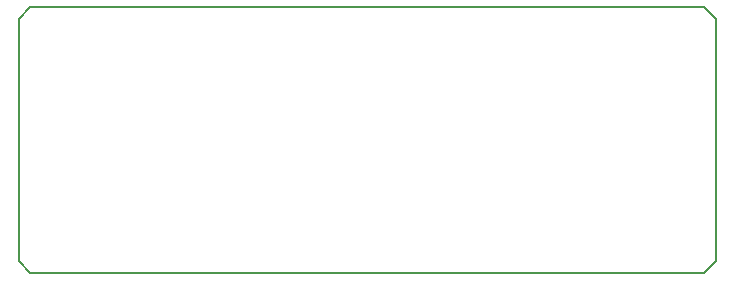
<source format=gbr>
%TF.GenerationSoftware,KiCad,Pcbnew,9.0.2*%
%TF.CreationDate,2025-06-06T06:50:44+02:00*%
%TF.ProjectId,USB-RS485_FT230,5553422d-5253-4343-9835-5f4654323330,rev?*%
%TF.SameCoordinates,Original*%
%TF.FileFunction,Profile,NP*%
%FSLAX46Y46*%
G04 Gerber Fmt 4.6, Leading zero omitted, Abs format (unit mm)*
G04 Created by KiCad (PCBNEW 9.0.2) date 2025-06-06 06:50:44*
%MOMM*%
%LPD*%
G01*
G04 APERTURE LIST*
%TA.AperFunction,Profile*%
%ADD10C,0.200000*%
%TD*%
G04 APERTURE END LIST*
D10*
X114000000Y-85000000D02*
X114000000Y-105500000D01*
X113000000Y-106500000D01*
X56000000Y-106500000D01*
X55000000Y-105500000D01*
X55000000Y-99950000D01*
X55000000Y-85000000D01*
X56000000Y-84000000D01*
X113000000Y-84000000D01*
X114000000Y-85000000D01*
M02*

</source>
